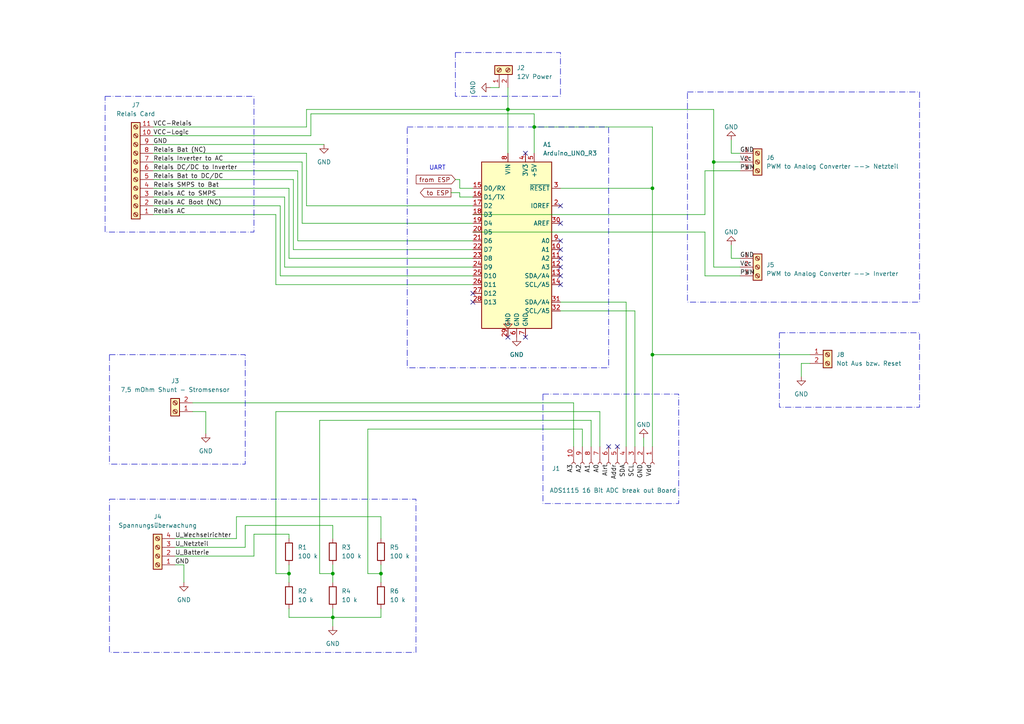
<source format=kicad_sch>
(kicad_sch (version 20230121) (generator eeschema)
  (paper "A4")
  (title_block (title "Batteriespeicher - Microcontroller Platine") (date "2023-06-03") (rev "2") (company "TUM ENS - Paul Zech") (comment 1 "Shunt Sensor Version"))
  (lib_symbols
    (symbol "Connector:Conn_01x10_Socket" (pin_names (offset 1.016) hide)
      (property "Reference" "J" (at 0 12.7 0))
      (property "Value" "Conn_01x10_Socket" (at 0 -15.24 0))
      (symbol "Conn_01x10_Socket_1_1"
        (arc (start 0 -12.192) (mid -0.5058 -12.7) (end 0 -13.208) (stroke (width 0.1524)))
        (arc (start 0 -9.652) (mid -0.5058 -10.16) (end 0 -10.668) (stroke (width 0.1524)))
        (arc (start 0 -7.112) (mid -0.5058 -7.62) (end 0 -8.128) (stroke (width 0.1524)))
        (arc (start 0 -4.572) (mid -0.5058 -5.08) (end 0 -5.588) (stroke (width 0.1524)))
        (arc (start 0 -2.032) (mid -0.5058 -2.54) (end 0 -3.048) (stroke (width 0.1524)))
        (polyline (pts (xy -1.27 -12.7) (xy -0.508 -12.7)) (stroke (width 0.1524)))
        (polyline (pts (xy -1.27 -10.16) (xy -0.508 -10.16)) (stroke (width 0.1524)))
        (polyline (pts (xy -1.27 -7.62) (xy -0.508 -7.62)) (stroke (width 0.1524)))
        (polyline (pts (xy -1.27 -5.08) (xy -0.508 -5.08)) (stroke (width 0.1524)))
        (polyline (pts (xy -1.27 -2.54) (xy -0.508 -2.54)) (stroke (width 0.1524)))
        (polyline (pts (xy -1.27 0) (xy -0.508 0)) (stroke (width 0.1524)))
        (polyline (pts (xy -1.27 2.54) (xy -0.508 2.54)) (stroke (width 0.1524)))
        (polyline (pts (xy -1.27 5.08) (xy -0.508 5.08)) (stroke (width 0.1524)))
        (polyline (pts (xy -1.27 7.62) (xy -0.508 7.62)) (stroke (width 0.1524)))
        (polyline (pts (xy -1.27 10.16) (xy -0.508 10.16)) (stroke (width 0.1524)))
        (arc (start 0 0.508) (mid -0.5058 0) (end 0 -0.508) (stroke (width 0.1524)))
        (arc (start 0 3.048) (mid -0.5058 2.54) (end 0 2.032) (stroke (width 0.1524)))
        (arc (start 0 5.588) (mid -0.5058 5.08) (end 0 4.572) (stroke (width 0.1524)))
        (arc (start 0 8.128) (mid -0.5058 7.62) (end 0 7.112) (stroke (width 0.1524)))
        (arc (start 0 10.668) (mid -0.5058 10.16) (end 0 9.652) (stroke (width 0.1524)))
        (pin passive line (at -5.08 10.16 0) (length 3.81) (name "Pin_1") (number "1"))
        (pin passive line (at -5.08 -12.7 0) (length 3.81) (name "Pin_10") (number "10"))
        (pin passive line (at -5.08 7.62 0) (length 3.81) (name "Pin_2") (number "2"))
        (pin passive line (at -5.08 5.08 0) (length 3.81) (name "Pin_3") (number "3"))
        (pin passive line (at -5.08 2.54 0) (length 3.81) (name "Pin_4") (number "4"))
        (pin passive line (at -5.08 0 0) (length 3.81) (name "Pin_5") (number "5"))
        (pin passive line (at -5.08 -2.54 0) (length 3.81) (name "Pin_6") (number "6"))
        (pin passive line (at -5.08 -5.08 0) (length 3.81) (name "Pin_7") (number "7"))
        (pin passive line (at -5.08 -7.62 0) (length 3.81) (name "Pin_8") (number "8"))
        (pin passive line (at -5.08 -10.16 0) (length 3.81) (name "Pin_9") (number "9"))
      )
    )
    (symbol "Connector:Screw_Terminal_01x02" (pin_names (offset 1.016) hide)
      (property "Reference" "J" (at 0 2.54 0))
      (property "Value" "Screw_Terminal_01x02" (at 0 -5.08 0))
      (symbol "Screw_Terminal_01x02_1_1"
        (rectangle (start -1.27 1.27) (end 1.27 -3.81) (stroke (width 0.254)) (fill (type background)))
        (circle (center 0 -2.54) (radius 0.635) (stroke (width 0.1524)))
        (polyline (pts (xy -0.5334 -2.2098) (xy 0.3302 -3.048)) (stroke (width 0.1524)))
        (polyline (pts (xy -0.5334 0.3302) (xy 0.3302 -0.508)) (stroke (width 0.1524)))
        (polyline (pts (xy -0.3556 -2.032) (xy 0.508 -2.8702)) (stroke (width 0.1524)))
        (polyline (pts (xy -0.3556 0.508) (xy 0.508 -0.3302)) (stroke (width 0.1524)))
        (circle (center 0 0) (radius 0.635) (stroke (width 0.1524)))
        (pin passive line (at -5.08 0 0) (length 3.81) (name "Pin_1") (number "1"))
        (pin passive line (at -5.08 -2.54 0) (length 3.81) (name "Pin_2") (number "2"))
      )
    )
    (symbol "Connector:Screw_Terminal_01x03" (pin_names (offset 1.016) hide)
      (property "Reference" "J" (at 0 5.08 0))
      (property "Value" "Screw_Terminal_01x03" (at 0 -5.08 0))
      (symbol "Screw_Terminal_01x03_1_1"
        (rectangle (start -1.27 3.81) (end 1.27 -3.81) (stroke (width 0.254)) (fill (type background)))
        (circle (center 0 -2.54) (radius 0.635) (stroke (width 0.1524)))
        (polyline (pts (xy -0.5334 -2.2098) (xy 0.3302 -3.048)) (stroke (width 0.1524)))
        (polyline (pts (xy -0.5334 0.3302) (xy 0.3302 -0.508)) (stroke (width 0.1524)))
        (polyline (pts (xy -0.5334 2.8702) (xy 0.3302 2.032)) (stroke (width 0.1524)))
        (polyline (pts (xy -0.3556 -2.032) (xy 0.508 -2.8702)) (stroke (width 0.1524)))
        (polyline (pts (xy -0.3556 0.508) (xy 0.508 -0.3302)) (stroke (width 0.1524)))
        (polyline (pts (xy -0.3556 3.048) (xy 0.508 2.2098)) (stroke (width 0.1524)))
        (circle (center 0 0) (radius 0.635) (stroke (width 0.1524)))
        (circle (center 0 2.54) (radius 0.635) (stroke (width 0.1524)))
        (pin passive line (at -5.08 2.54 0) (length 3.81) (name "Pin_1") (number "1"))
        (pin passive line (at -5.08 0 0) (length 3.81) (name "Pin_2") (number "2"))
        (pin passive line (at -5.08 -2.54 0) (length 3.81) (name "Pin_3") (number "3"))
      )
    )
    (symbol "Connector:Screw_Terminal_01x04" (pin_names (offset 1.016) hide)
      (property "Reference" "J" (at 0 5.08 0))
      (property "Value" "Screw_Terminal_01x04" (at 0 -7.62 0))
      (symbol "Screw_Terminal_01x04_1_1"
        (rectangle (start -1.27 3.81) (end 1.27 -6.35) (stroke (width 0.254)) (fill (type background)))
        (circle (center 0 -5.08) (radius 0.635) (stroke (width 0.1524)))
        (circle (center 0 -2.54) (radius 0.635) (stroke (width 0.1524)))
        (polyline (pts (xy -0.5334 -4.7498) (xy 0.3302 -5.588)) (stroke (width 0.1524)))
        (polyline (pts (xy -0.5334 -2.2098) (xy 0.3302 -3.048)) (stroke (width 0.1524)))
        (polyline (pts (xy -0.5334 0.3302) (xy 0.3302 -0.508)) (stroke (width 0.1524)))
        (polyline (pts (xy -0.5334 2.8702) (xy 0.3302 2.032)) (stroke (width 0.1524)))
        (polyline (pts (xy -0.3556 -4.572) (xy 0.508 -5.4102)) (stroke (width 0.1524)))
        (polyline (pts (xy -0.3556 -2.032) (xy 0.508 -2.8702)) (stroke (width 0.1524)))
        (polyline (pts (xy -0.3556 0.508) (xy 0.508 -0.3302)) (stroke (width 0.1524)))
        (polyline (pts (xy -0.3556 3.048) (xy 0.508 2.2098)) (stroke (width 0.1524)))
        (circle (center 0 0) (radius 0.635) (stroke (width 0.1524)))
        (circle (center 0 2.54) (radius 0.635) (stroke (width 0.1524)))
        (pin passive line (at -5.08 2.54 0) (length 3.81) (name "Pin_1") (number "1"))
        (pin passive line (at -5.08 0 0) (length 3.81) (name "Pin_2") (number "2"))
        (pin passive line (at -5.08 -2.54 0) (length 3.81) (name "Pin_3") (number "3"))
        (pin passive line (at -5.08 -5.08 0) (length 3.81) (name "Pin_4") (number "4"))
      )
    )
    (symbol "Connector:Screw_Terminal_01x11" (pin_names (offset 1.016) hide)
      (property "Reference" "J" (at 0 15.24 0))
      (property "Value" "Screw_Terminal_01x11" (at 0 -15.24 0))
      (symbol "Screw_Terminal_01x11_1_1"
        (rectangle (start -1.27 13.97) (end 1.27 -13.97) (stroke (width 0.254)) (fill (type background)))
        (circle (center 0 -12.7) (radius 0.635) (stroke (width 0.1524)))
        (circle (center 0 -10.16) (radius 0.635) (stroke (width 0.1524)))
        (circle (center 0 -7.62) (radius 0.635) (stroke (width 0.1524)))
        (circle (center 0 -5.08) (radius 0.635) (stroke (width 0.1524)))
        (circle (center 0 -2.54) (radius 0.635) (stroke (width 0.1524)))
        (polyline (pts (xy -0.5334 -12.3698) (xy 0.3302 -13.208)) (stroke (width 0.1524)))
        (polyline (pts (xy -0.5334 -9.8298) (xy 0.3302 -10.668)) (stroke (width 0.1524)))
        (polyline (pts (xy -0.5334 -7.2898) (xy 0.3302 -8.128)) (stroke (width 0.1524)))
        (polyline (pts (xy -0.5334 -4.7498) (xy 0.3302 -5.588)) (stroke (width 0.1524)))
        (polyline (pts (xy -0.5334 -2.2098) (xy 0.3302 -3.048)) (stroke (width 0.1524)))
        (polyline (pts (xy -0.5334 0.3302) (xy 0.3302 -0.508)) (stroke (width 0.1524)))
        (polyline (pts (xy -0.5334 2.8702) (xy 0.3302 2.032)) (stroke (width 0.1524)))
        (polyline (pts (xy -0.5334 5.4102) (xy 0.3302 4.572)) (stroke (width 0.1524)))
        (polyline (pts (xy -0.5334 7.9502) (xy 0.3302 7.112)) (stroke (width 0.1524)))
        (polyline (pts (xy -0.5334 10.4902) (xy 0.3302 9.652)) (stroke (width 0.1524)))
        (polyline (pts (xy -0.5334 13.0302) (xy 0.3302 12.192)) (stroke (width 0.1524)))
        (polyline (pts (xy -0.3556 -12.192) (xy 0.508 -13.0302)) (stroke (width 0.1524)))
        (polyline (pts (xy -0.3556 -9.652) (xy 0.508 -10.4902)) (stroke (width 0.1524)))
        (polyline (pts (xy -0.3556 -7.112) (xy 0.508 -7.9502)) (stroke (width 0.1524)))
        (polyline (pts (xy -0.3556 -4.572) (xy 0.508 -5.4102)) (stroke (width 0.1524)))
        (polyline (pts (xy -0.3556 -2.032) (xy 0.508 -2.8702)) (stroke (width 0.1524)))
        (polyline (pts (xy -0.3556 0.508) (xy 0.508 -0.3302)) (stroke (width 0.1524)))
        (polyline (pts (xy -0.3556 3.048) (xy 0.508 2.2098)) (stroke (width 0.1524)))
        (polyline (pts (xy -0.3556 5.588) (xy 0.508 4.7498)) (stroke (width 0.1524)))
        (polyline (pts (xy -0.3556 8.128) (xy 0.508 7.2898)) (stroke (width 0.1524)))
        (polyline (pts (xy -0.3556 10.668) (xy 0.508 9.8298)) (stroke (width 0.1524)))
        (polyline (pts (xy -0.3556 13.208) (xy 0.508 12.3698)) (stroke (width 0.1524)))
        (circle (center 0 0) (radius 0.635) (stroke (width 0.1524)))
        (circle (center 0 2.54) (radius 0.635) (stroke (width 0.1524)))
        (circle (center 0 5.08) (radius 0.635) (stroke (width 0.1524)))
        (circle (center 0 7.62) (radius 0.635) (stroke (width 0.1524)))
        (circle (center 0 10.16) (radius 0.635) (stroke (width 0.1524)))
        (circle (center 0 12.7) (radius 0.635) (stroke (width 0.1524)))
        (pin passive line (at -5.08 12.7 0) (length 3.81) (name "Pin_1") (number "1"))
        (pin passive line (at -5.08 -10.16 0) (length 3.81) (name "Pin_10") (number "10"))
        (pin passive line (at -5.08 -12.7 0) (length 3.81) (name "Pin_11") (number "11"))
        (pin passive line (at -5.08 10.16 0) (length 3.81) (name "Pin_2") (number "2"))
        (pin passive line (at -5.08 7.62 0) (length 3.81) (name "Pin_3") (number "3"))
        (pin passive line (at -5.08 5.08 0) (length 3.81) (name "Pin_4") (number "4"))
        (pin passive line (at -5.08 2.54 0) (length 3.81) (name "Pin_5") (number "5"))
        (pin passive line (at -5.08 0 0) (length 3.81) (name "Pin_6") (number "6"))
        (pin passive line (at -5.08 -2.54 0) (length 3.81) (name "Pin_7") (number "7"))
        (pin passive line (at -5.08 -5.08 0) (length 3.81) (name "Pin_8") (number "8"))
        (pin passive line (at -5.08 -7.62 0) (length 3.81) (name "Pin_9") (number "9"))
      )
    )
    (symbol "Device:R" (pin_numbers hide) (pin_names (offset 0))
      (property "Reference" "R" (at 2.032 0 90))
      (property "Value" "R" (at 0 0 90))
      (symbol "R_0_1"
        (rectangle (start -1.016 -2.54) (end 1.016 2.54) (stroke (width 0.254)))
      )
      (symbol "R_1_1"
        (pin passive line (at 0 3.81 270) (length 1.27) (name "~") (number "1"))
        (pin passive line (at 0 -3.81 90) (length 1.27) (name "~") (number "2"))
      )
    )
    (symbol "MCU_Module:Arduino_UNO_R3"
      (property "Reference" "A" (at -10.16 23.495 0))
      (property "Value" "Arduino_UNO_R3" (at 5.08 -26.67 0))
      (symbol "Arduino_UNO_R3_0_1"
        (rectangle (start -10.16 22.86) (end 10.16 -25.4) (stroke (width 0.254)) (fill (type background)))
      )
      (symbol "Arduino_UNO_R3_1_1"
        (pin no_connect line (at -10.16 -20.32 0) (length 2.54) hide (name "NC") (number "1"))
        (pin bidirectional line (at 12.7 -2.54 180) (length 2.54) (name "A1") (number "10"))
        (pin bidirectional line (at 12.7 -5.08 180) (length 2.54) (name "A2") (number "11"))
        (pin bidirectional line (at 12.7 -7.62 180) (length 2.54) (name "A3") (number "12"))
        (pin bidirectional line (at 12.7 -10.16 180) (length 2.54) (name "SDA/A4") (number "13"))
        (pin bidirectional line (at 12.7 -12.7 180) (length 2.54) (name "SCL/A5") (number "14"))
        (pin bidirectional line (at -12.7 15.24 0) (length 2.54) (name "D0/RX") (number "15"))
        (pin bidirectional line (at -12.7 12.7 0) (length 2.54) (name "D1/TX") (number "16"))
        (pin bidirectional line (at -12.7 10.16 0) (length 2.54) (name "D2") (number "17"))
        (pin bidirectional line (at -12.7 7.62 0) (length 2.54) (name "D3") (number "18"))
        (pin bidirectional line (at -12.7 5.08 0) (length 2.54) (name "D4") (number "19"))
        (pin output line (at 12.7 10.16 180) (length 2.54) (name "IOREF") (number "2"))
        (pin bidirectional line (at -12.7 2.54 0) (length 2.54) (name "D5") (number "20"))
        (pin bidirectional line (at -12.7 0 0) (length 2.54) (name "D6") (number "21"))
        (pin bidirectional line (at -12.7 -2.54 0) (length 2.54) (name "D7") (number "22"))
        (pin bidirectional line (at -12.7 -5.08 0) (length 2.54) (name "D8") (number "23"))
        (pin bidirectional line (at -12.7 -7.62 0) (length 2.54) (name "D9") (number "24"))
        (pin bidirectional line (at -12.7 -10.16 0) (length 2.54) (name "D10") (number "25"))
        (pin bidirectional line (at -12.7 -12.7 0) (length 2.54) (name "D11") (number "26"))
        (pin bidirectional line (at -12.7 -15.24 0) (length 2.54) (name "D12") (number "27"))
        (pin bidirectional line (at -12.7 -17.78 0) (length 2.54) (name "D13") (number "28"))
        (pin power_in line (at -2.54 -27.94 90) (length 2.54) (name "GND") (number "29"))
        (pin input line (at 12.7 15.24 180) (length 2.54) (name "~{RESET}") (number "3"))
        (pin input line (at 12.7 5.08 180) (length 2.54) (name "AREF") (number "30"))
        (pin bidirectional line (at 12.7 -17.78 180) (length 2.54) (name "SDA/A4") (number "31"))
        (pin bidirectional line (at 12.7 -20.32 180) (length 2.54) (name "SCL/A5") (number "32"))
        (pin power_out line (at 2.54 25.4 270) (length 2.54) (name "3V3") (number "4"))
        (pin power_out line (at 5.08 25.4 270) (length 2.54) (name "+5V") (number "5"))
        (pin power_in line (at 0 -27.94 90) (length 2.54) (name "GND") (number "6"))
        (pin power_in line (at 2.54 -27.94 90) (length 2.54) (name "GND") (number "7"))
        (pin power_in line (at -2.54 25.4 270) (length 2.54) (name "VIN") (number "8"))
        (pin bidirectional line (at 12.7 0 180) (length 2.54) (name "A0") (number "9"))
      )
    )
    (symbol "power:GND" (power) (pin_names (offset 0))
      (property "Value" "GND" (at 0 -3.81 0))
      (symbol "GND_0_1"
        (polyline (pts (xy 0 0) (xy 0 -1.27) (xy 1.27 -1.27) (xy 0 -2.54) (xy -1.27 -1.27) (xy 0 -1.27)))
      )
      (symbol "GND_1_1"
        (pin power_in line (at 0 0 270) (length 0) hide (name "GND") (number "1"))
      )
    )
  )
  (junction (at 189.23 102.87))
  (junction (at 147.32 31.75))
  (junction (at 189.23 54.61))
  (junction (at 96.52 179.07))
  (junction (at 110.49 166.37))
  (junction (at 96.52 166.37))
  (junction (at 154.94 36.83))
  (junction (at 83.82 166.37))
  (junction (at 207.01 46.99))
  (no_connect (at 162.56 72.39))
  (no_connect (at 152.4 97.79))
  (no_connect (at 137.16 85.09))
  (no_connect (at 162.56 59.69))
  (no_connect (at 162.56 74.93))
  (no_connect (at 152.4 44.45))
  (no_connect (at 162.56 77.47))
  (no_connect (at 162.56 64.77))
  (no_connect (at 162.56 80.01))
  (no_connect (at 179.07 129.54))
  (no_connect (at 137.16 87.63))
  (no_connect (at 176.53 129.54))
  (no_connect (at 162.56 69.85))
  (no_connect (at 147.32 97.79))
  (no_connect (at 162.56 82.55))
  (wire (pts (xy 204.47 67.31) (xy 137.16 67.31)))
  (wire (pts (xy 189.23 102.87) (xy 189.23 129.54)))
  (wire (pts (xy 181.61 87.63) (xy 162.56 87.63)))
  (wire (pts (xy 162.56 54.61) (xy 189.23 54.61)))
  (wire (pts (xy 212.09 74.93) (xy 214.63 74.93)))
  (wire (pts (xy 80.01 166.37) (xy 83.82 166.37)))
  (wire (pts (xy 81.28 59.69) (xy 81.28 80.01)))
  (wire (pts (xy 83.82 163.83) (xy 83.82 166.37)))
  (wire (pts (xy 184.15 90.17) (xy 162.56 90.17)))
  (wire (pts (xy 83.82 166.37) (xy 83.82 168.91)))
  (wire (pts (xy 83.82 154.94) (xy 73.66 154.94)))
  (wire (pts (xy 85.09 72.39) (xy 137.16 72.39)))
  (wire (pts (xy 168.91 129.54) (xy 168.91 124.46)))
  (wire (pts (xy 86.36 69.85) (xy 137.16 69.85)))
  (wire (pts (xy 50.8 156.21) (xy 68.58 156.21)))
  (wire (pts (xy 44.45 36.83) (xy 88.9 36.83)))
  (wire (pts (xy 87.63 64.77) (xy 137.16 64.77)))
  (wire (pts (xy 87.63 46.99) (xy 87.63 64.77)))
  (wire (pts (xy 110.49 149.86) (xy 110.49 156.21)))
  (wire (pts (xy 189.23 36.83) (xy 189.23 54.61)))
  (wire (pts (xy 73.66 161.29) (xy 50.8 161.29)))
  (wire (pts (xy 44.45 46.99) (xy 87.63 46.99)))
  (wire (pts (xy 44.45 57.15) (xy 82.55 57.15)))
  (wire (pts (xy 55.88 116.84) (xy 166.37 116.84)))
  (wire (pts (xy 181.61 87.63) (xy 181.61 129.54)))
  (wire (pts (xy 132.08 52.07) (xy 133.35 52.07)))
  (wire (pts (xy 204.47 49.53) (xy 214.63 49.53)))
  (wire (pts (xy 88.9 36.83) (xy 88.9 31.75)))
  (wire (pts (xy 92.71 166.37) (xy 96.52 166.37)))
  (wire (pts (xy 55.88 119.38) (xy 59.69 119.38)))
  (wire (pts (xy 83.82 179.07) (xy 83.82 176.53)))
  (wire (pts (xy 142.24 25.4) (xy 144.78 25.4)))
  (wire (pts (xy 88.9 59.69) (xy 137.16 59.69)))
  (wire (pts (xy 44.45 54.61) (xy 83.82 54.61)))
  (wire (pts (xy 133.35 57.15) (xy 137.16 57.15)))
  (wire (pts (xy 88.9 31.75) (xy 147.32 31.75)))
  (wire (pts (xy 44.45 62.23) (xy 80.01 62.23)))
  (wire (pts (xy 80.01 82.55) (xy 137.16 82.55)))
  (wire (pts (xy 96.52 156.21) (xy 96.52 152.4)))
  (wire (pts (xy 50.8 158.75) (xy 71.12 158.75)))
  (wire (pts (xy 173.99 129.54) (xy 173.99 119.38)))
  (wire (pts (xy 204.47 80.01) (xy 204.47 67.31)))
  (wire (pts (xy 212.09 44.45) (xy 214.63 44.45)))
  (wire (pts (xy 96.52 152.4) (xy 71.12 152.4)))
  (wire (pts (xy 189.23 102.87) (xy 234.95 102.87)))
  (wire (pts (xy 86.36 49.53) (xy 86.36 69.85)))
  (wire (pts (xy 207.01 46.99) (xy 214.63 46.99)))
  (wire (pts (xy 82.55 57.15) (xy 82.55 77.47)))
  (wire (pts (xy 154.94 36.83) (xy 189.23 36.83)))
  (wire (pts (xy 68.58 156.21) (xy 68.58 149.86)))
  (wire (pts (xy 85.09 52.07) (xy 85.09 72.39)))
  (wire (pts (xy 59.69 119.38) (xy 59.69 125.73)))
  (wire (pts (xy 168.91 124.46) (xy 106.68 124.46)))
  (wire (pts (xy 44.45 44.45) (xy 88.9 44.45)))
  (wire (pts (xy 234.95 105.41) (xy 232.41 105.41)))
  (wire (pts (xy 96.52 163.83) (xy 96.52 166.37)))
  (wire (pts (xy 96.52 179.07) (xy 96.52 176.53)))
  (wire (pts (xy 212.09 71.12) (xy 212.09 74.93)))
  (wire (pts (xy 147.32 25.4) (xy 147.32 31.75)))
  (wire (pts (xy 147.32 31.75) (xy 147.32 44.45)))
  (wire (pts (xy 106.68 166.37) (xy 110.49 166.37)))
  (wire (pts (xy 232.41 105.41) (xy 232.41 109.22)))
  (wire (pts (xy 207.01 31.75) (xy 207.01 46.99)))
  (wire (pts (xy 90.17 39.37) (xy 90.17 33.02)))
  (wire (pts (xy 133.35 54.61) (xy 137.16 54.61)))
  (wire (pts (xy 147.32 31.75) (xy 207.01 31.75)))
  (wire (pts (xy 130.81 55.88) (xy 133.35 55.88)))
  (wire (pts (xy 44.45 59.69) (xy 81.28 59.69)))
  (wire (pts (xy 83.82 74.93) (xy 137.16 74.93)))
  (wire (pts (xy 133.35 52.07) (xy 133.35 54.61)))
  (wire (pts (xy 71.12 152.4) (xy 71.12 158.75)))
  (wire (pts (xy 80.01 62.23) (xy 80.01 82.55)))
  (wire (pts (xy 212.09 40.64) (xy 212.09 44.45)))
  (wire (pts (xy 44.45 39.37) (xy 90.17 39.37)))
  (wire (pts (xy 96.52 166.37) (xy 96.52 168.91)))
  (wire (pts (xy 44.45 52.07) (xy 85.09 52.07)))
  (wire (pts (xy 186.69 127) (xy 186.69 129.54)))
  (wire (pts (xy 166.37 116.84) (xy 166.37 129.54)))
  (wire (pts (xy 184.15 90.17) (xy 184.15 129.54)))
  (wire (pts (xy 133.35 55.88) (xy 133.35 57.15)))
  (wire (pts (xy 96.52 179.07) (xy 96.52 181.61)))
  (wire (pts (xy 92.71 121.92) (xy 92.71 166.37)))
  (wire (pts (xy 110.49 166.37) (xy 110.49 168.91)))
  (wire (pts (xy 173.99 119.38) (xy 80.01 119.38)))
  (wire (pts (xy 53.34 168.91) (xy 53.34 163.83)))
  (wire (pts (xy 171.45 121.92) (xy 92.71 121.92)))
  (wire (pts (xy 83.82 154.94) (xy 83.82 156.21)))
  (wire (pts (xy 154.94 36.83) (xy 154.94 33.02)))
  (wire (pts (xy 207.01 77.47) (xy 214.63 77.47)))
  (wire (pts (xy 53.34 163.83) (xy 50.8 163.83)))
  (wire (pts (xy 106.68 124.46) (xy 106.68 166.37)))
  (wire (pts (xy 137.16 62.23) (xy 204.47 62.23)))
  (wire (pts (xy 110.49 179.07) (xy 96.52 179.07)))
  (wire (pts (xy 110.49 176.53) (xy 110.49 179.07)))
  (wire (pts (xy 68.58 149.86) (xy 110.49 149.86)))
  (wire (pts (xy 214.63 80.01) (xy 204.47 80.01)))
  (wire (pts (xy 82.55 77.47) (xy 137.16 77.47)))
  (wire (pts (xy 90.17 33.02) (xy 154.94 33.02)))
  (wire (pts (xy 80.01 119.38) (xy 80.01 166.37)))
  (wire (pts (xy 171.45 129.54) (xy 171.45 121.92)))
  (wire (pts (xy 83.82 54.61) (xy 83.82 74.93)))
  (wire (pts (xy 110.49 163.83) (xy 110.49 166.37)))
  (wire (pts (xy 73.66 154.94) (xy 73.66 161.29)))
  (wire (pts (xy 93.98 41.91) (xy 44.45 41.91)))
  (wire (pts (xy 207.01 46.99) (xy 207.01 77.47)))
  (wire (pts (xy 44.45 49.53) (xy 86.36 49.53)))
  (wire (pts (xy 83.82 179.07) (xy 96.52 179.07)))
  (wire (pts (xy 189.23 54.61) (xy 189.23 102.87)))
  (wire (pts (xy 81.28 80.01) (xy 137.16 80.01)))
  (wire (pts (xy 204.47 62.23) (xy 204.47 49.53)))
  (wire (pts (xy 154.94 36.83) (xy 154.94 44.45)))
  (wire (pts (xy 88.9 44.45) (xy 88.9 59.69)))
  (rectangle (start 132.08 15.24) (end 162.56 27.94) (stroke (width 0) (type dash_dot)))
  (rectangle (start 31.75 102.87) (end 71.12 134.62) (stroke (width 0) (type dash_dot)))
  (rectangle (start 226.06 96.52) (end 266.7 118.11) (stroke (width 0) (type dash_dot)))
  (rectangle (start 118.11 36.83) (end 176.53 106.68) (stroke (width 0) (type dash_dot)))
  (rectangle (start 31.75 144.78) (end 120.65 189.23) (stroke (width 0) (type dash_dot)))
  (rectangle (start 157.48 114.3) (end 196.85 146.05) (stroke (width 0) (type dash_dot)))
  (rectangle (start 30.48 27.94) (end 73.66 67.31) (stroke (width 0) (type dash_dot)))
  (rectangle (start 199.39 26.67) (end 266.7 87.63) (stroke (width 0) (type dash_dot)))
  (text "UART" (at 124.46 49.53 0) (effects (font (size 1.27 1.27)) (justify left bottom)))
  (label "GND" (at 214.63 44.45 0))
  (label "Vcc" (at 214.63 46.99 0))
  (label "SDA" (at 181.61 134.62 270))
  (label "A0" (at 173.99 134.62 270))
  (label "PWM" (at 214.63 80.01 0))
  (label "GND" (at 214.63 74.93 0))
  (label "Alrt" (at 176.53 134.62 270))
  (label "U_Batterie" (at 50.8 161.29 0))
  (label "Relais DC{slash}DC to Inverter" (at 44.45 49.53 0))
  (label "Vcc" (at 214.63 77.47 0))
  (label "Relais Inverter to AC" (at 44.45 46.99 0))
  (label "A2" (at 168.91 134.62 270))
  (label "Vdd" (at 189.23 134.62 270))
  (label "VCC-Relais" (at 44.45 36.83 0))
  (label "Relais Bat (NC)" (at 44.45 44.45 0))
  (label "PWM" (at 214.63 49.53 0))
  (label "A1" (at 171.45 134.62 270))
  (label "Relais AC to SMPS" (at 44.45 57.15 0))
  (label "Relais Bat to DC{slash}DC" (at 44.45 52.07 0))
  (label "VCC-Logic" (at 44.45 39.37 0))
  (label "U_Netzteil" (at 50.8 158.75 0))
  (label "Relais AC Boot (NC)" (at 44.45 59.69 0))
  (label "U_Wechselrichter" (at 50.8 156.21 0))
  (label "A3" (at 166.37 134.62 270))
  (label "SCL" (at 184.15 134.62 270))
  (label "Relais SMPS to Bat" (at 44.45 54.61 0))
  (label "Addr" (at 179.07 134.62 270))
  (label "GND" (at 186.69 134.62 270))
  (label "Relais AC" (at 44.45 62.23 0))
  (label "GND" (at 50.8 163.83 0))
  (label "GND" (at 44.45 41.91 0))
  (global_label "from ESP" (shape input) (at 132.08 52.07 180) (property "Intersheetrefs" "${INTERSHEET_REFS}" (effects hide)))
  (global_label "to ESP" (shape output) (at 130.81 55.88 180) (property "Intersheetrefs" "${INTERSHEET_REFS}" (effects hide)))
  (symbol (lib_id "Device:R") (at 110.49 160.02 0) (unit 1)
    (property "Reference" "R5" (at 113.03 158.75 0) (effects (justify left)))
    (property "Value" "100 k" (at 113.03 161.29 0) (effects (justify left)))
  )
  (symbol (lib_id "Device:R") (at 83.82 172.72 0) (unit 1)
    (property "Reference" "R2" (at 86.36 171.45 0) (effects (justify left)))
    (property "Value" "10 k" (at 86.36 173.99 0) (effects (justify left)))
  )
  (symbol (lib_id "Connector:Screw_Terminal_01x11") (at 39.37 49.53 180) (unit 1)
    (property "Reference" "J7" (at 39.37 30.48 0))
    (property "Value" "Relais Card" (at 39.37 33.02 0))
  )
  (symbol (lib_id "Connector:Screw_Terminal_01x02") (at 240.03 102.87 0) (unit 1)
    (property "Reference" "J8" (at 242.57 102.87 0) (effects (justify left)))
    (property "Value" "Not Aus bzw. Reset" (at 242.57 105.41 0) (effects (justify left)))
  )
  (symbol (lib_id "Device:R") (at 110.49 172.72 0) (unit 1)
    (property "Reference" "R6" (at 113.03 171.45 0) (effects (justify left)))
    (property "Value" "10 k" (at 113.03 173.99 0) (effects (justify left)))
  )
  (symbol (lib_id "power:GND") (at 212.09 71.12 180) (unit 1)
    (property "Reference" "#PWR08" (effects hide))
    (property "Value" "GND" (at 212.09 67.31 0))
  )
  (symbol (lib_id "power:GND") (at 53.34 168.91 0) (unit 1)
    (property "Reference" "#PWR06" (effects hide))
    (property "Value" "GND" (at 53.34 173.99 0))
  )
  (symbol (lib_id "Device:R") (at 96.52 160.02 0) (unit 1)
    (property "Reference" "R3" (at 99.06 158.75 0) (effects (justify left)))
    (property "Value" "100 k" (at 99.06 161.29 0) (effects (justify left)))
  )
  (symbol (lib_id "Device:R") (at 83.82 160.02 0) (unit 1)
    (property "Reference" "R1" (at 86.36 158.75 0) (effects (justify left)))
    (property "Value" "100 k" (at 86.36 161.29 0) (effects (justify left)))
  )
  (symbol (lib_id "power:GND") (at 232.41 109.22 0) (unit 1)
    (property "Reference" "#PWR011" (effects hide))
    (property "Value" "GND" (at 232.41 114.3 0))
  )
  (symbol (lib_id "power:GND") (at 186.69 127 180) (unit 1)
    (property "Reference" "#PWR01" (effects hide))
    (property "Value" "GND" (at 186.69 123.19 0))
  )
  (symbol (lib_id "Connector:Screw_Terminal_01x02") (at 144.78 20.32 90) (unit 1)
    (property "Reference" "J2" (at 149.86 19.685 90) (effects (justify right)))
    (property "Value" "12V Power" (at 149.86 22.225 90) (effects (justify right)))
  )
  (symbol (lib_id "Connector:Screw_Terminal_01x03") (at 219.71 46.99 0) (unit 1)
    (property "Reference" "J6" (at 222.25 45.72 0) (effects (justify left)))
    (property "Value" "PWM to Analog Converter --> Netzteil" (at 222.25 48.26 0) (effects (justify left)))
  )
  (symbol (lib_id "power:GND") (at 59.69 125.73 0) (unit 1)
    (property "Reference" "#PWR05" (effects hide))
    (property "Value" "GND" (at 59.69 130.81 0))
  )
  (symbol (lib_id "power:GND") (at 212.09 40.64 180) (unit 1)
    (property "Reference" "#PWR09" (effects hide))
    (property "Value" "GND" (at 212.09 36.83 0))
  )
  (symbol (lib_id "Connector:Screw_Terminal_01x02") (at 50.8 119.38 180) (unit 1)
    (property "Reference" "J3" (at 50.8 110.49 0))
    (property "Value" "7,5 mOhm Shunt - Stromsensor" (at 50.8 113.03 0))
  )
  (symbol (lib_id "power:GND") (at 149.86 97.79 0) (unit 1)
    (property "Reference" "#PWR04" (effects hide))
    (property "Value" "GND" (at 149.86 102.87 0))
  )
  (symbol (lib_id "Connector:Screw_Terminal_01x04") (at 45.72 161.29 180) (unit 1)
    (property "Reference" "J4" (at 45.72 149.86 0))
    (property "Value" "Spannungsüberwachung" (at 45.72 152.4 0))
  )
  (symbol (lib_id "Device:R") (at 96.52 172.72 0) (unit 1)
    (property "Reference" "R4" (at 99.06 171.45 0) (effects (justify left)))
    (property "Value" "10 k" (at 99.06 173.99 0) (effects (justify left)))
  )
  (symbol (lib_id "Connector:Screw_Terminal_01x03") (at 219.71 77.47 0) (unit 1)
    (property "Reference" "J5" (at 222.25 76.835 0) (effects (justify left)))
    (property "Value" "PWM to Analog Converter --> Inverter" (at 222.25 79.375 0) (effects (justify left)))
  )
  (symbol (lib_id "power:GND") (at 142.24 25.4 270) (unit 1)
    (property "Reference" "#PWR03" (effects hide))
    (property "Value" "GND" (at 137.16 25.4 0))
  )
  (symbol (lib_id "power:GND") (at 93.98 41.91 0) (unit 1)
    (property "Reference" "#PWR010" (effects hide))
    (property "Value" "GND" (at 93.98 46.99 0))
  )
  (symbol (lib_id "power:GND") (at 96.52 181.61 0) (unit 1)
    (property "Reference" "#PWR07" (effects hide))
    (property "Value" "GND" (at 96.52 186.69 0))
  )
  (symbol (lib_id "power:GND") (at 147.32 92.71 0) (unit 1)
    (property "Reference" "#PWR02" (effects hide))
    (property "Value" "GND" (effects hide))
  )
  (symbol (lib_id "Connector:Conn_01x10_Socket") (at 179.07 134.62 270) (unit 1)
    (property "Reference" "J1" (at 161.29 135.89 90))
    (property "Value" "ADS1115 16 Bit ADC break out Board" (at 177.8 142.24 90))
  )
  (symbol (lib_id "MCU_Module:Arduino_UNO_R3") (at 149.86 69.85 0) (unit 1)
    (property "Reference" "A1" (at 157.48 41.91 0) (effects (justify left)))
    (property "Value" "Arduino_UNO_R3" (at 157.48 44.45 0) (effects (justify left)))
    (property "Footprint" "Module:Arduino_UNO_R3" (effects hide))
    (property "Datasheet" "https://www.arduino.cc/en/Main/arduinoBoardUno" (effects hide))
  )
)
</source>
